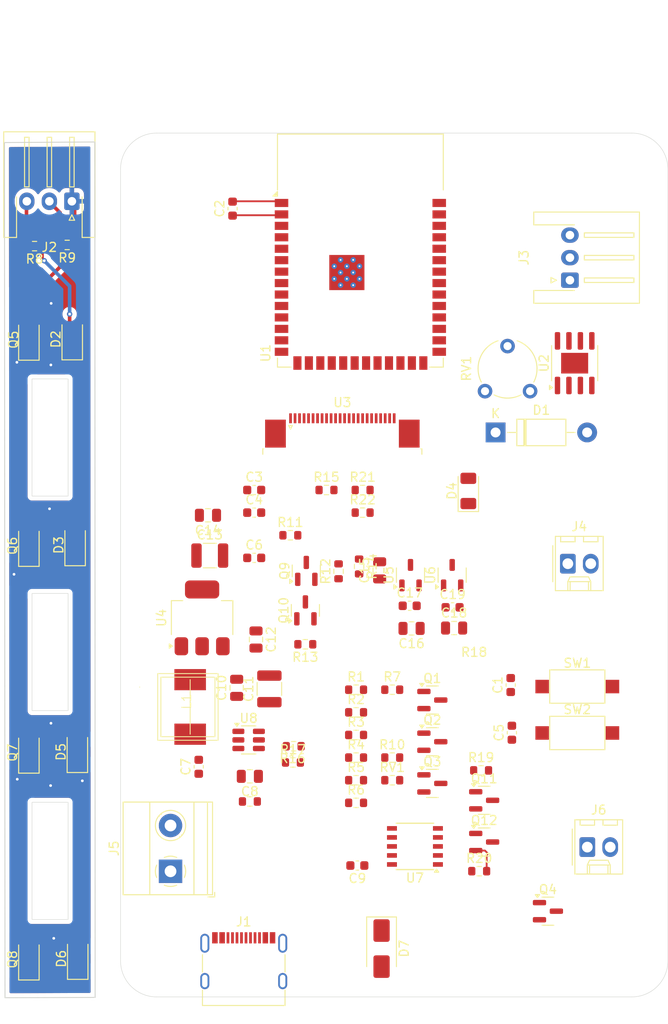
<source format=kicad_pcb>
(kicad_pcb (version 20240108) (generator "pcbnew") (generator_version "8.0")
  (layers (0 "F.Cu" signal) (31 "B.Cu" signal) (34 "B.Paste" user) (35 "F.Paste" user) (36 "B.SilkS" user "B.Silkscreen") (37 "F.SilkS" user "F.Silkscreen") (38 "B.Mask" user) (39 "F.Mask" user) (44 "Edge.Cuts" user))
  (net 0 "")
  (net 1 "GND")
  (net 2 "Net-(U7-V3)")
  (net 3 "+12V")
  (net 4 "Net-(D1-A)")
  (net 5 "+5V")
  (net 6 "Net-(D7-A)")
  (net 7 "D-")
  (net 8 "Net-(J1-CC1)")
  (net 10 "D+")
  (net 12 "Net-(J1-CC2)")
  (net 13 "Net-(Q1-B)")
  (net 14 "Net-(Q2-B)")
  (net 15 "Net-(J6-Pin_2)")
  (net 16 "Net-(Q3-B)")
  (net 17 "Net-(Q3-E)")
  (net 18 "Net-(Q3-C)")
  (net 19 "Net-(Q10-B)")
  (net 20 "Net-(Q10-C)")
  (net 21 "Net-(Q11-E)")
  (net 22 "Net-(Q11-B)")
  (net 23 "/MAIN MODULE/RESET")
  (net 24 "Net-(Q12-B)")
  (net 25 "/MAIN MODULE/BOOT")
  (net 26 "Net-(Q12-E)")
  (net 28 "/MAIN MODULE/CAM_PIN_VSYNC")
  (net 30 "/MAIN MODULE/CAM_PIN_SIOC")
  (net 32 "/MAIN MODULE/CAM_PIN_D6")
  (net 34 "/MAIN MODULE/BUZZER_CTRL")
  (net 37 "/MAIN MODULE/CAM_PIN_D5")
  (net 38 "/MAIN MODULE/CAM_PIN_XCLK")
  (net 39 "/MAIN MODULE/CAM_PIN_D0")
  (net 42 "/MAIN MODULE/CAM_PIN_D4")
  (net 43 "/MAIN MODULE/CAM_PIN_D7")
  (net 44 "/MAIN MODULE/CAM_PIN_D1")
  (net 46 "/MAIN MODULE/CAM_PIN_SIOD")
  (net 47 "+3V3")
  (net 48 "/MAIN MODULE/SER_EN")
  (net 51 "/MAIN MODULE/CAM_PIN_HREF")
  (net 53 "/MAIN MODULE/CAM_PIN_D2")
  (net 56 "/MAIN MODULE/CAM_PIN_D3")
  (net 57 "/MAIN MODULE/CAM_PIN_PCLK")
  (net 60 "/MAIN MODULE/SOLENOID_CTRL")
  (net 61 "/MAIN MODULE/CAM_PIN_PWDN")
  (net 62 "/MAIN MODULE/PWM")
  (net 63 "Net-(R10-Pad1)")
  (net 68 "Net-(U2B--)")
  (net 69 "Net-(U3-PWDN)")
  (net 70 "+2V8")
  (net 71 "+1V2")
  (net 72 "/MAIN MODULE/CAM_RST")
  (net 76 "Net-(Q9-S)")
  (net 77 "Net-(Q9-D)")
  (net 79 "USB_RX")
  (net 80 "USB_TX")
  (net 81 "VCC")
  (net 82 "Net-(U8-BS)")
  (net 83 "Net-(U8-FB)")
  (net 84 "Net-(U8-SW)")
  (net 85 "Net-(U8-EN)")
  (net 86 "/Relay + Light/SOLENOID_CTRL")
  (net 87 "/Relay + Light/BUZZER_CTRL")
  (net 88 "/Relay + Light/SER_EN")
  (net 89 "Net-(D2-A)")
  (net 90 "Net-(D4-A)")
  (net 91 "Net-(Q9-G)")
  (net 92 "+5P")
  (net 93 "+5VA")
  (net 94 "/Relay + Light/Sensor")
  (net 95 "GND1")
  (net 96 "Sensor_In")
  (footprint "Connector_USB:USB_C_Receptacle_G-Switch_GT-USB-7010ASV" (layer "F.Cu") (at 133.81 113.82)
    (property "Reference" "J1")
    (property "Value" "USB_C_Receptacle_USB2.0_16P")
  )
  (footprint "Connector_Molex:Molex_KK-254_AE-6410-02A_1x02_P2.54mm_Vertical" (layer "F.Cu") (at 169.77 68.59)
    (property "Reference" "J4")
    (property "Value" "SOLENOID")
  )
  (footprint "Resistor_SMD:R_0603_1608Metric" (layer "F.Cu") (at 147 62.925)
    (property "Reference" "R22")
    (property "Value" "4k7")
  )
  (footprint "Connector_JST:JST_XH_S3B-XH-A-1_1x03_P2.50mm_Horizontal" (layer "F.Cu") (at 114.74 28.386667 180)
    (property "Reference" "J2")
    (property "Value" "Conn_01x03")
  )
  (footprint "Capacitor_SMD:C_0603_1608Metric" (layer "F.Cu") (at 134.97 67.945)
    (property "Reference" "C6")
    (property "Value" "100nF")
  )
  (footprint "Capacitor_SMD:C_0603_1608Metric" (layer "F.Cu") (at 156.98 73.43)
    (property "Reference" "C19")
    (property "Value" "0.1uF")
  )
  (footprint "Package_TO_SOT_SMD:SOT-23" (layer "F.Cu") (at 140.65 73.7675 90)
    (property "Reference" "Q10")
    (property "Value" "MMBT3904")
  )
  (footprint "Resistor_SMD:R_0603_1608Metric" (layer "F.Cu") (at 114.22 33.23 180)
    (property "Reference" "R9")
    (property "Value" "10K")
  )
  (footprint "Resistor_SMD:R_0603_1608Metric" (layer "F.Cu") (at 134.49 94.97)
    (property "Reference" "R18")
    (property "Value" "200K")
  )
  (footprint "Resistor_SMD:R_0603_1608Metric" (layer "F.Cu") (at 139.35 88.84 180)
    (property "Reference" "R16")
    (property "Value" "18K")
  )
  (footprint "Capacitor_SMD:C_0603_1608Metric" (layer "F.Cu") (at 134.97 60.415)
    (property "Reference" "C3")
    (property "Value" "100nF")
  )
  (footprint "Package_TO_SOT_SMD:SOT-23" (layer "F.Cu") (at 154.735 92.965)
    (property "Reference" "Q3")
    (property "Value" "MMBT3904")
  )
  (footprint "Package_TO_SOT_SMD:SOT-23-6" (layer "F.Cu") (at 134.3525 88.14)
    (property "Reference" "U8")
    (property "Value" "MT1470")
  )
  (footprint "Resistor_SMD:R_0603_1608Metric" (layer "F.Cu") (at 146.61 68.9 -90)
    (property "Reference" "R14")
    (property "Value" "10K")
  )
  (footprint "Capacitor_SMD:C_1210_3225Metric" (layer "F.Cu") (at 136.655 82.48 90)
    (property "Reference" "C11")
    (property "Value" "100uF")
  )
  (footprint "Package_TO_SOT_SMD:SOT-23-3" (layer "F.Cu") (at 152.31 69.8625 90)
    (property "Reference" "U5")
    (property "Value" "XC6206P282MR ")
  )
  (footprint "Capacitor_SMD:C_0603_1608Metric" (layer "F.Cu") (at 163.56 87.34 90)
    (property "Reference" "C5")
    (property "Value" "100nF")
  )
  (footprint "Capacitor_SMD:C_1210_3225Metric" (layer "F.Cu") (at 130.04 67.69)
    (property "Reference" "C13")
    (property "Value" "100uF")
  )
  (footprint "Package_TO_SOT_SMD:SOT-23" (layer "F.Cu") (at 140.75 69.3875 90)
    (property "Reference" "Q9")
    (property "Value" "PMOS")
  )
  (footprint "Resistor_SMD:R_0603_1608Metric" (layer "F.Cu") (at 146.275 85.08)
    (property "Reference" "R2")
    (property "Value" "1K")
  )
  (footprint "Resistor_SMD:R_0603_1608Metric" (layer "F.Cu") (at 146.275 82.57)
    (property "Reference" "R1")
    (property "Value" "2K")
  )
  (footprint "TerminalBlock_Phoenix:TerminalBlock_Phoenix_MKDS-1,5-2-5.08_1x02_P5.08mm_Horizontal" (layer "F.Cu") (at 125.685 102.715 90)
    (property "Reference" "J5")
    (property "Value" "Input_Voltage")
  )
  (footprint "Resistor_SMD:R_0603_1608Metric" (layer "F.Cu") (at 140.64 77.53 180)
    (property "Reference" "R13")
    (property "Value" "1K")
  )
  (footprint "Capacitor_SMD:C_0603_1608Metric" (layer "F.Cu") (at 128.815 91.12 90)
    (property "Reference" "C7")
    (property "Value" "100nF")
  )
  (footprint "LED_SMD:LED_1206_3216Metric" (layer "F.Cu") (at 114.78 43.69 90)
    (property "Reference" "D2")
    (property "Value" "LED")
  )
  (footprint "Resistor_SMD:R_0603_1608Metric" (layer "F.Cu") (at 147 60.415)
    (property "Reference" "R21")
    (property "Value" "4k7")
  )
  (footprint "Package_TO_SOT_SMD:SOT-23" (layer "F.Cu") (at 160.4875 94.84)
    (property "Reference" "Q11")
    (property "Value" "MMBT3904")
  )
  (footprint "Connector_FFC-FPC:TE_2-1734839-4_1x24-1MP_P0.5mm_Horizontal" (layer "F.Cu") (at 144.75 53.81)
    (property "Reference" "U3")
    (property "Value" "CAM_CONNECTOR ")
  )
  (footprint "Capacitor_SMD:C_0805_2012Metric" (layer "F.Cu") (at 148.89 69.33 90)
    (property "Reference" "C15")
    (property "Value" "10uF")
  )
  (footprint "Resistor_SMD:R_0603_1608Metric" (layer "F.Cu") (at 160.145 91.52)
    (property "Reference" "R19")
    (property "Value" "10K")
  )
  (footprint "Package_TO_SOT_SMD:SOT-23" (layer "F.Cu") (at 167.56 107.14)
    (property "Reference" "Q4")
    (property "Value" "PMOS")
  )
  (footprint "Resistor_SMD:R_0603_1608Metric" (layer "F.Cu") (at 150.285 90.1)
    (property "Reference" "R10")
    (property "Value" "220")
  )
  (footprint "Capacitor_SMD:C_0805_2012Metric" (layer "F.Cu") (at 133.025 82.36 90)
    (property "Reference" "C10")
    (property "Value" "22uF")
  )
  (footprint "Capacitor_SMD:C_0805_2012Metric" (layer "F.Cu") (at 134.485 92.18 180)
    (property "Reference" "C8")
    (property "Value" "22uF")
  )
  (footprint "Button_Switch_SMD:SW_SPST_CK_RS282G05A3" (layer "F.Cu") (at 170.82 82.22)
    (property "Reference" "SW1")
    (property "Value" "SW_Boot")
  )
  (footprint "LED_SMD:LED_1206_3216Metric" (layer "F.Cu") (at 109.97 66.6 90)
    (property "Reference" "Q6")
    (property "Value" "KPS-3227")
  )
  (footprint "Capacitor_SMD:C_0805_2012Metric" (layer "F.Cu") (at 157.15 75.73)
    (property "Reference" "C18")
    (property "Value" "10uF")
  )
  (footprint "Capacitor_SMD:C_0603_1608Metric" (layer "F.Cu") (at 152.22 73.26)
    (property "Reference" "C17")
    (property "Value" "0.1uF")
  )
  (footprint "Connector_Molex:Molex_KK-254_AE-6410-02A_1x02_P2.54mm_Vertical" (layer "F.Cu") (at 171.93 100.03)
    (property "Reference" "J6")
    (property "Value" "BUZZER")
  )
  (footprint "Package_TO_SOT_SMD:SOT-23" (layer "F.Cu") (at 154.735 83.715)
    (property "Reference" "Q1")
    (property "Value" "MMBT3904")
  )
  (footprint "Resistor_SMD:R_0603_1608Metric" (layer "F.Cu") (at 110.6 33.36 180)
    (property "Reference" "R8")
    (property "Value" "220")
  )
  (footprint "Capacitor_SMD:C_0603_1608Metric" (layer "F.Cu") (at 163.43 82.05 90)
    (property "Reference" "C1")
    (property "Value" "100nF")
  )
  (footprint "Resistor_SMD:R_0603_1608Metric" (layer "F.Cu") (at 150.285 82.57)
    (property "Reference" "R7")
    (property "Value" "1M")
  )
  (footprint "Package_TO_SOT_SMD:SOT-223-3_TabPin2" (layer "F.Cu") (at 129.19 74.6 90)
    (property "Reference" "U4")
    (property "Value" "AMS1117-3.3")
  )
  (footprint "RF_Module:ESP32-S3-WROOM-1" (layer "F.Cu") (at 146.75 33.83)
    (property "Reference" "U1")
    (property "Value" "ESP32-S3-WROOM-1")
  )
  (footprint "Capacitor_SMD:C_0805_2012Metric" (layer "F.Cu") (at 129.84 63.22 180)
    (property "Reference" "C14")
    (property "Value" "10uF")
  )
  (footprint "LED_SMD:LED_1206_3216Metric" (layer "F.Cu") (at 115.1 66.53 90)
    (property "Reference" "D3")
    (property "Value" "LED")
  )
  (footprint "Resistor_SMD:R_0603_1608Metric" (layer "F.Cu") (at 144.33 69.435 90)
    (property "Reference" "R12")
    (property "Value" "1M")
  )
  (footprint "LED_SMD:LED_1206_3216Metric" (layer "F.Cu") (at 115.39 112.416667 90)
    (property "Reference" "D6")
    (property "Value" "LED")
  )
  (footprint "LED_SMD:LED_1206_3216Metric" (layer "F.Cu") (at 109.97 89.543333 90)
    (property "Reference" "Q7")
    (property "Value" "KPS-3227")
  )
  (footprint "Diode_SMD:D_SMA" (layer "F.Cu") (at 149.1 111.29 -90)
    (property "Reference" "D7")
    (property "Value" "SS14")
  )
  (footprint "Button_Switch_SMD:SW_SPST_CK_RS282G05A3" (layer "F.Cu") (at 170.82 87.37)
    (property "Reference" "SW2")
    (property "Value" "SW_Reset")
  )
  (footprint "Diode_THT:D_DO-41_SOD81_P10.16mm_Horizontal" (layer "F.Cu") (at 161.75 54.03)
    (property "Reference" "D1")
    (property "Value" "1N4007")
  )
  (footprint "Resistor_SMD:R_0603_1608Metric" (layer "F.Cu") (at 142.99 60.415)
    (property "Reference" "R15")
    (property "Value" "10K")
  )
  (footprint "LED_SMD:LED_1206_3216Metric" (layer "F.Cu") (at 109.97 112.486667 90)
    (property "Reference" "Q8")
    (property "Value" "KPS-3227")
  )
  (footprint "Resistor_SMD:R_0603_1608Metric" (layer "F.Cu") (at 146.275 90.1)
    (property "Reference" "R4")
    (property "Value" "1K")
  )
  (footprint "Capacitor_SMD:C_0603_1608Metric" (layer "F.Cu") (at 146.415 102.075 180)
    (property "Reference" "C9")
    (property "Value" "100nF/16v")
  )
  (footprint "LED_SMD:LED_1206_3216Metric" (layer "F.Cu") (at 109.97 43.73 90)
    (property "Reference" "Q5")
    (property "Value" "KPS-3227")
  )
  (footprint "Package_TO_SOT_SMD:SOT-23-3" (layer "F.Cu") (at 156.935 69.8625 90)
    (property "Reference" "U6")
    (property "Value" "XC6206P282MR ")
  )
  (footprint "LED_SMD:LED_1206_3216Metric" (layer "F.Cu") (at 115.35 89.473333 90)
    (property "Reference" "D5")
    (property "Value" "LED")
  )
  (footprint "Resistor_SMD:R_0603_1608Metric" (layer "F.Cu") (at 139.265 90.64)
    (property "Reference" "R17")
    (property "Value" "3.3k")
  )
  (footprint "TDLOGY_Footprint:0603_R100" (layer "F.Cu") (at 127.965 83.88 90)
    (property "Reference" "L1")
    (property "Value" "10uH")
  )
  (footprint "Resistor_SMD:R_0603_1608Metric" (layer "F.Cu") (at 159.935 102.7)
    (property "Reference" "R20")
    (property "Value" "10K")
  )
  (footprint "LED_SMD:LED_1206_3216Metric" (layer "F.Cu") (at 158.73 60.52 90)
    (property "Reference" "D4")
    (property "Value" "LED")
  )
  (footprint "Capacitor_SMD:C_0805_2012Metric" (layer "F.Cu") (at 152.43 75.77 180)
    (property "Reference" "C16")
    (property "Value" "10uF")
  )
  (footprint "Package_TO_SOT_SMD:SOT-23" (layer "F.Cu") (at 154.735 88.34)
    (property "Reference" "Q2")
    (property "Value" "MMBT3904")
  )
  (footprint "Resistor_SMD:R_0603_1608Metric" (layer "F.Cu") (at 138.98 65.435)
    (property "Reference" "R11")
    (property "Value" "10K")
  )
  (footprint "Package_TO_SOT_SMD:SOT-23" (layer "F.Cu") (at 160.4875 99.465)
    (property "Reference" "Q12")
    (property "Value" "MMBT3904")
  )
  (footprint "Resistor_SMD:R_0603_1608Metric" (layer "F.Cu") (at 146.275 92.61)
    (property "Reference" "R5")
    (property "Value" "1K")
  )
  (footprint "Resistor_SMD:R_0603_1608Metric" (layer "F.Cu") (at 146.275 87.59)
    (property "Reference" "R3")
    (property "Value" "1K")
  )
  (footprint "Capacitor_SMD:C_0805_2012Metric" (layer "F.Cu") (at 135.17 77 -90)
    (property "Reference" "C12")
    (property "Value" "22uF")
  )
  (footprint "Package_SO:SSOP-10_3.9x4.9mm_P1.00mm" (layer "F.Cu") (at 152.805 99.955 180)
    (property "Reference" "U7")
    (property "Value" "CH340K")
  )
  (footprint "Potentiometer_THT:Potentiometer_Piher_PT-6-V_Vertical" (layer "F.Cu") (at 165.58 49.45 90)
    (property "Reference" "RV1")
    (property "Value" "10K")
  )
  (footprint "Resistor_SMD:R_0603_1608Metric" (layer "F.Cu") (at 150.285 92.61)
    (property "Reference" "RV1")
    (property "Value" "10K")
  )
  (footprint "Connector_JST:JST_XH_S3B-XH-A-1_1x03_P2.50mm_Horizontal" (layer "F.Cu") (at 170 37.14 90)
    (property "Reference" "J3")
    (property "Value" "Conn_01x03")
  )
  (footprint "Resistor_SMD:R_0603_1608Metric" (layer "F.Cu") (at 146.275 95.12)
    (property "Reference" "R6")
    (property "Value" "10K")
  )
  (footprint "Capacitor_SMD:C_0603_1608Metric" (layer "F.Cu") (at 134.97 62.925)
    (property "Reference" "C4")
    (property "Value" "15pF")
  )
  (footprint "Package_SO:SOIC-8-1EP_3.9x4.9mm_P1.27mm_EP2.29x3mm" (layer "F.Cu") (at 170.525 46.345 90)
    (property "Reference" "U2")
    (property "Value" "LM358_DFN")
  )
  (footprint "Capacitor_SMD:C_0603_1608Metric" (layer "F.Cu") (at 132.57 29.2 90)
    (property "Reference" "C2")
    (property "Value" "100nF")
  )
  (gr_arc (start 180.87 112.65) (mid 179.698427 115.478427) (end 176.87 116.65) (stroke (width 0.05)) (layer "Edge.Cuts"))
  (gr_rect (start 110.32 95.06) (end 114.32 108.06) (stroke (width 0.05)) (fill none) (layer "Edge.Cuts"))
  (gr_arc (start 120.14 24.82) (mid 121.311573 21.991573) (end 124.14 20.82) (stroke (width 0.05)) (layer "Edge.Cuts"))
  (gr_rect (start 110.32 48.09) (end 114.32 61.09) (stroke (width 0.05)) (fill none) (layer "Edge.Cuts"))
  (gr_arc (start 176.87 20.82) (mid 179.698427 21.991573) (end 180.87 24.82) (stroke (width 0.05)) (layer "Edge.Cuts"))
  (gr_line (start 120.14 112.65) (end 120.14 24.82) (stroke (width 0.05)) (layer "Edge.Cuts"))
  (gr_arc (start 124.14 116.65) (mid 121.311573 115.478427) (end 120.14 112.65) (stroke (width 0.05)) (layer "Edge.Cuts"))
  (gr_line (start 107.32 116.74) (end 117.32 116.71) (stroke (width 0.1)) (layer "Edge.Cuts"))
  (gr_line (start 107.26 21.87) (end 117.29 21.805) (stroke (width 0.1)) (layer "Edge.Cuts"))
  (gr_line (start 124.14 20.82) (end 176.87 20.82) (stroke (width 0.05)) (layer "Edge.Cuts"))
  (gr_line (start 180.87 24.82) (end 180.87 112.65) (stroke (width 0.05)) (layer "Edge.Cuts"))
  (gr_line (start 117.29 21.805) (end 117.32 116.71) (stroke (width 0.1)) (layer "Edge.Cuts"))
  (gr_line (start 176.87 116.65) (end 124.14 116.65) (stroke (width 0.05)) (layer "Edge.Cuts"))
  (gr_rect (start 110.32 71.89) (end 114.32 84.89) (stroke (width 0.05)) (fill none) (layer "Edge.Cuts"))
  (gr_line (start 107.26 21.87) (end 107.32 116.74) (stroke (width 0.1)) (layer "Edge.Cuts"))
  (segment (start 137.815 28.385) (end 138 28.57) (width 0.2) (layer "F.Cu") (net 1))
  (segment (start 132.61 28.385) (end 137.815 28.385) (width 0.2) (layer "F.Cu") (net 1))
  (segment (start 132.57 28.425) (end 132.61 28.385) (width 0.2) (layer "F.Cu") (net 1))
  (segment (start 160.57 100.415) (end 160.905 100.75) (width 0.2) (layer "F.Cu") (net 26))
  (segment (start 160.76 100.895) (end 160.76 102.7) (width 0.2) (layer "F.Cu") (net 26))
  (segment (start 160.905 100.75) (end 160.76 100.895) (width 0.2) (layer "F.Cu") (net 26))
  (segment (start 159.55 100.415) (end 160.57 100.415) (width 0.2) (layer "F.Cu") (net 26))
  (segment (start 132.57 29.975) (end 132.61 29.935) (width 0.2) (layer "F.Cu") (net 47))
  (segment (start 137.905 29.935) (end 138 29.84) (width 0.2) (layer "F.Cu") (net 47))
  (segment (start 132.61 29.935) (end 137.905 29.935) (width 0.2) (layer "F.Cu") (net 47))
  (segment (start 113.821667 88.073333) (end 115.35 88.073333) (width 0.4) (layer "F.Cu") (net 89))
  (segment (start 113.02 88.875) (end 113.821667 88.073333) (width 0.4) (layer "F.Cu") (net 89))
  (segment (start 114.49 42) (end 114.78 42.29) (width 0.4) (layer "F.Cu") (net 89))
  (segment (start 113.7 42.29) (end 112.91 43.08) (width 0.4) (layer "F.Cu") (net 89))
  (segment (start 114.49 40.9) (end 114.49 42) (width 0.4) (layer "F.Cu") (net 89))
  (segment (start 115.1 65.13) (end 113.81 65.13) (width 0.4) (layer "F.Cu") (net 89))
  (segment (start 112.91 45.26) (end 115.1 47.45) (width 0.4) (layer "F.Cu") (net 89))
  (segment (start 115.1 47.45) (end 115.1 65.13) (width 0.4) (layer "F.Cu") (net 89))
  (segment (start 114.78 42.29) (end 113.7 42.29) (width 0.4) (layer "F.Cu") (net 89))
  (segment (start 113.02 91.64) (end 113.02 88.875) (width 0.4) (layer "F.Cu") (net 89))
  (segment (start 111.425 33.36) (end 111.425 34.735) (width 0.4) (layer "F.Cu") (net 89))
  (segment (start 113.81 65.13) (end 112.96 65.98) (width 0.4) (layer "F.Cu") (net 89))
  (segment (start 112.91 43.08) (end 112.91 45.26) (width 0.4) (layer "F.Cu") (net 89))
  (segment (start 115.35 71.14) (end 115.35 88.073333) (width 0.4) (layer "F.Cu") (net 89))
  (segment (start 112.96 68.75) (end 115.35 71.14) (width 0.4) (layer "F.Cu") (net 89))
  (segment (start 115.39 111.016667) (end 115.39 94.01) (width 0.4) (layer "F.Cu") (net 89))
  (segment (start 115.39 94.01) (end 113.02 91.64) (width 0.4) (layer "F.Cu") (net 89))
  (segment (start 111.425 34.735) (end 111.67 34.98) (width 0.4) (layer "F.Cu") (net 89))
  (segment (start 112.96 65.98) (end 112.96 68.75) (width 0.4) (layer "F.Cu") (net 89))
  (via (at 111.67 34.98) (size 0.6) (drill 0.3) (layers "F.Cu" "B.Cu") (net 89))
  (via (at 114.49 40.9) (size 0.6) (drill 0.3) (layers "F.Cu" "B.Cu") (net 89))
  (segment (start 111.67 34.98) (end 114.49 37.8) (width 0.4) (layer "B.Cu") (net 89))
  (segment (start 114.49 37.8) (end 114.49 40.9) (width 0.4) (layer "B.Cu") (net 89))
  (segment (start 108.02 44.49) (end 108.66 45.13) (width 0.4) (layer "F.Cu") (net 93))
  (segment (start 108.017804 109.658863) (end 108.017804 113.514471) (width 0.4) (layer "F.Cu") (net 93))
  (segment (start 108.62 109.056667) (end 108.017804 109.658863) (width 0.4) (layer "F.Cu") (net 93))
  (segment (start 108.39 113.886667) (end 109.97 113.886667) (width 0.4) (layer "F.Cu") (net 93))
  (segment (start 108.62 94.11) (end 108.62 109.056667) (width 0.4) (layer "F.Cu") (net 93))
  (segment (start 109.97 46.31) (end 107.988807 48.291193) (width 0.4) (layer "F.Cu") (net 93))
  (segment (start 109.705 37.255) (end 108.02 38.94) (width 0.4) (layer "F.Cu") (net 93))
  (segment (start 109.97 70.1) (end 108.003318 72.066682) (width 0.4) (layer "F.Cu") (net 93))
  (segment (start 108.57 68) (end 109.97 68) (width 0.4) (layer "F.Cu") (net 93))
  (segment (start 109.97 92.76) (end 108.62 94.11) (width 0.4) (layer "F.Cu") (net 93))
  (segment (start 108.017804 113.514471) (end 108.39 113.886667) (width 0.4) (layer "F.Cu") (net 93))
  (segment (start 108.003318 72.066682) (end 108.003318 90.363318) (width 0.4) (layer "F.Cu") (net 93))
  (segment (start 108.02 38.94) (end 108.02 44.49) (width 0.4) (layer "F.Cu") (net 93))
  (segment (start 109.97 45.13) (end 109.97 46.31) (width 0.4) (layer "F.Cu") (net 93))
  (segment (start 108.66 45.13) (end 109.97 45.13) (width 0.4) (layer "F.Cu") (net 93))
  (segment (start 108.003318 90.363318) (end 108.583333 90.943333) (width 0.4) (layer "F.Cu") (net 93))
  (segment (start 108.583333 90.943333) (end 109.97 90.943333) (width 0.4) (layer "F.Cu") (net 93))
  (segment (start 109.705 28.465) (end 109.705 37.255) (width 0.4) (layer "F.Cu") (net 93))
  (segment (start 107.988807 67.418807) (end 108.57 68) (width 0.4) (layer "F.Cu") (net 93))
  (segment (start 107.988807 48.291193) (end 107.988807 67.418807) (width 0.4) (layer "F.Cu") (net 93))
  (segment (start 109.97 90.943333) (end 109.97 92.76) (width 0.4) (layer "F.Cu") (net 93))
  (segment (start 109.97 68) (end 109.97 70.1) (width 0.4) (layer "F.Cu") (net 93))
  (segment (start 108.679264 48.570736) (end 112.2 45.05) (width 0.4) (layer "F.Cu") (net 94))
  (segment (start 109.97 111.086667) (end 109.39 110.506667) (width 0.4) (layer "F.Cu") (net 94))
  (segment (start 113.42 29.64) (end 113.42 33.205) (width 0.4) (layer "F.Cu") (net 94))
  (segment (start 112.2 45.05) (end 112.2 42.96) (width 0.4) (layer "F.Cu") (net 94))
  (segment (start 112.36 68.39) (end 112.36 68.66) (width 0.4) (layer "F.Cu") (net 94))
  (segment (start 113.42 33.205) (end 113.395 33.23) (width 0.4) (layer "F.Cu") (net 94))
  (segment (start 109.97 63.65) (end 108.679264 62.359264) (width 0.4) (layer "F.Cu") (net 94))
  (segment (start 111.553333 88.143333) (end 109.97 88.143333) (width 0.4) (layer "F.Cu") (net 94))
  (segment (start 112.2 42.96) (end 111.57 42.33) (width 0.4) (layer "F.Cu") (net 94))
  (segment (start 112.36 65.96) (end 112.36 68.39) (width 0.4) (layer "F.Cu") (net 94))
  (segment (start 108.679264 62.359264) (end 108.679264 48.570736) (width 0.4) (layer "F.Cu") (net 94))
  (segment (start 109.86 71.16) (end 108.62 72.4) (width 0.4) (layer "F.Cu") (net 94))
  (segment (start 113.395 35.705) (end 109.97 39.13) (width 0.4) (layer "F.Cu") (net 94))
  (segment (start 112.245 28.465) (end 113.42 29.64) (width 0.4) (layer "F.Cu") (net 94))
  (segment (start 108.62 72.4) (end 108.62 85.47) (width 0.4) (layer "F.Cu") (net 94))
  (segment (start 112.36 68.66) (end 109.86 71.16) (width 0.4) (layer "F.Cu") (net 94))
  (segment (start 109.39 110.506667) (end 109.39 94.49) (width 0.4) (layer "F.Cu") (net 94))
  (segment (start 112.37 91.51) (end 112.37 88.96) (width 0.4) (layer "F.Cu") (net 94))
  (segment (start 109.97 65.2) (end 109.97 63.65) (width 0.4) (layer "F.Cu") (net 94))
  (segment (start 111.76 65.36) (end 112.36 65.96) (width 0.4) (layer "F.Cu") (net 94))
  (segment (start 109.97 39.13) (end 109.97 42.33) (width 0.4) (layer "F.Cu") (net 94))
  (segment (start 109.97 86.82) (end 108.62 85.47) (width 0.4) (layer "F.Cu") (net 94))
  (segment (start 111.57 42.33) (end 109.97 42.33) (width 0.4) (layer "F.Cu") (net 94))
  (segment (start 109.39 94.49) (end 112.37 91.51) (width 0.4) (layer "F.Cu") (net 94))
  (segment (start 109.97 88.143333) (end 109.97 86.82) (width 0.4) (layer "F.Cu") (net 94))
  (segment (start 112.37 88.96) (end 111.553333 88.143333) (width 0.4) (layer "F.Cu") (net 94))
  (segment (start 109.97 65.2) (end 111.6 65.2) (width 0.4) (layer "F.Cu") (net 94))
  (segment (start 113.395 33.23) (end 113.395 35.705) (width 0.4) (layer "F.Cu") (net 94))
  (segment (start 111.6 65.2) (end 111.76 65.36) (width 0.4) (layer "F.Cu") (net 94))
  (segment (start 115.045 33.23) (end 115.045 28.725) (width 0.4) (layer "F.Cu") (net 95))
  (segment (start 115.045 28.725) (end 114.785 28.465) (width 0.4) (layer "F.Cu") (net 95))
  (via (at 115.9 92.676667) (size 0.6) (drill 0.3) (layers "F.Cu" "B.Cu") (net 95))
  (via (at 112.73 110.15) (size 0.6) (drill 0.3) (layers "F.Cu" "B.Cu") (net 95))
  (via (at 108.68 92.5) (size 0.6) (drill 0.3) (layers "F.Cu" "B.Cu") (net 95))
  (via (at 108.32 69.766667) (size 0.6) (drill 0.3) (layers "F.Cu" "B.Cu") (net 95))
  (via (at 108.64 46.246667) (size 0.6) (drill 0.3) (layers "F.Cu" "B.Cu") (net 95))
  (via (at 112.38 93.206667) (size 0.6) (drill 0.3) (layers "F.Cu" "B.Cu") (net 95))
  (via (at 112.26 62.5) (size 0.6) (drill 0.3) (layers "F.Cu" "B.Cu") (net 95))
  (via (at 112.42 86.29) (size 0.6) (drill 0.3) (layers "F.Cu" "B.Cu") (net 95))
  (via (at 112.41 46.54) (size 0.6) (drill 0.3) (layers "F.Cu" "B.Cu") (net 95))
  (via (at 112.44 39.71) (size 0.6) (drill 0.3) (layers "F.Cu" "B.Cu") (net 95))
  (zone (net 95) (net_name "GND1") (layers "F&B.Cu") (connect_pads (clearance 0.5)) (min_thickness 0.25) (fill yes (thermal_gap 0.5) (thermal_bridge_width 0.5))
    (polygon (pts (xy 107.26 21.81) (xy 117.28 21.81) (xy 117.31 21.84) (xy 117.31 116.73) (xy 117.29 116.75) (xy 107.32 116.75) (xy 107.26 116.69)))
  )
)
</source>
